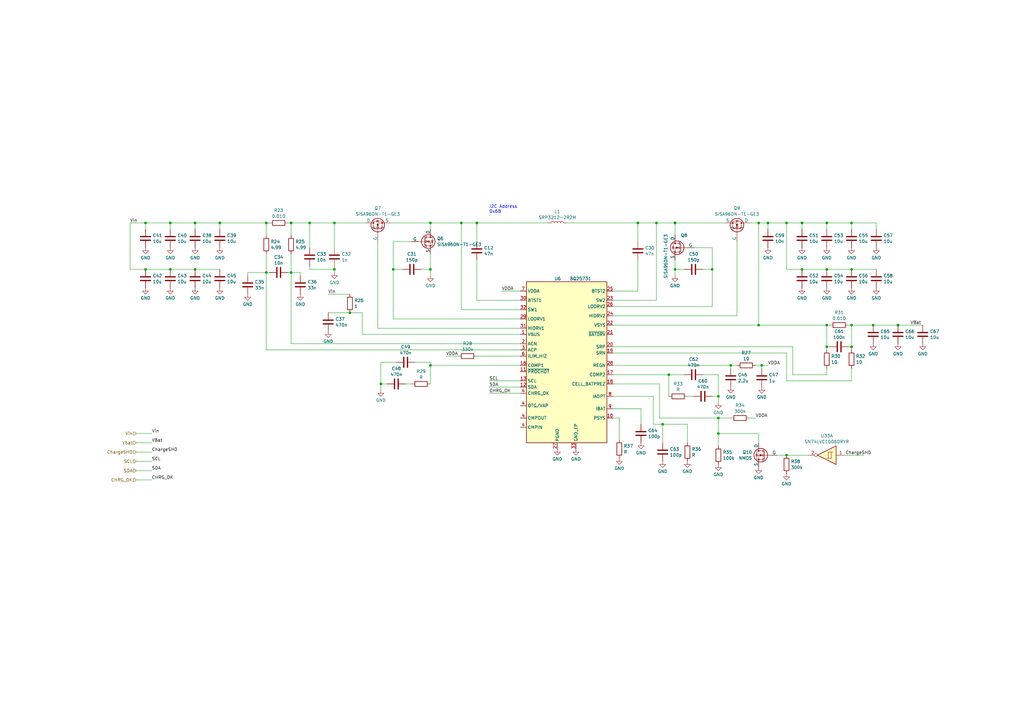
<source format=kicad_sch>
(kicad_sch (version 20230121) (generator eeschema)
  (paper "A3")
  (lib_symbols
    (symbol "74xx:74HC14" (pin_names (offset 1.016))
      (property "Reference" "U" (at 0 1.27 0))
      (property "Value" "74HC14" (at 0 -1.27 0))
      (symbol "74HC14_1_0"
        (polyline (pts (xy -3.81 3.81) (xy -3.81 -3.81) (xy 3.81 0) (xy -3.81 3.81)) (stroke (width 0.254)) (fill (type background)))
        (pin input line (at -7.62 0 0) (length 3.81) (name "~") (number "1"))
        (pin output inverted (at 7.62 0 180) (length 3.81) (name "~") (number "2"))
      )
      (symbol "74HC14_1_1"
        (polyline (pts (xy -1.905 -1.27) (xy -1.905 1.27) (xy -0.635 1.27)))
        (polyline (pts (xy -2.54 -1.27) (xy -0.635 -1.27) (xy -0.635 1.27) (xy 0 1.27)))
      )
      (symbol "74HC14_2_0"
        (polyline (pts (xy -3.81 3.81) (xy -3.81 -3.81) (xy 3.81 0) (xy -3.81 3.81)) (stroke (width 0.254)) (fill (type background)))
        (pin input line (at -7.62 0 0) (length 3.81) (name "~") (number "3"))
        (pin output inverted (at 7.62 0 180) (length 3.81) (name "~") (number "4"))
      )
      (symbol "74HC14_2_1"
        (polyline (pts (xy -1.905 -1.27) (xy -1.905 1.27) (xy -0.635 1.27)))
        (polyline (pts (xy -2.54 -1.27) (xy -0.635 -1.27) (xy -0.635 1.27) (xy 0 1.27)))
      )
      (symbol "74HC14_3_0"
        (polyline (pts (xy -3.81 3.81) (xy -3.81 -3.81) (xy 3.81 0) (xy -3.81 3.81)) (stroke (width 0.254)) (fill (type background)))
        (pin input line (at -7.62 0 0) (length 3.81) (name "~") (number "5"))
        (pin output inverted (at 7.62 0 180) (length 3.81) (name "~") (number "6"))
      )
      (symbol "74HC14_3_1"
        (polyline (pts (xy -1.905 -1.27) (xy -1.905 1.27) (xy -0.635 1.27)))
        (polyline (pts (xy -2.54 -1.27) (xy -0.635 -1.27) (xy -0.635 1.27) (xy 0 1.27)))
      )
      (symbol "74HC14_4_0"
        (polyline (pts (xy -3.81 3.81) (xy -3.81 -3.81) (xy 3.81 0) (xy -3.81 3.81)) (stroke (width 0.254)) (fill (type background)))
        (pin output inverted (at 7.62 0 180) (length 3.81) (name "~") (number "8"))
        (pin input line (at -7.62 0 0) (length 3.81) (name "~") (number "9"))
      )
      (symbol "74HC14_4_1"
        (polyline (pts (xy -1.905 -1.27) (xy -1.905 1.27) (xy -0.635 1.27)))
        (polyline (pts (xy -2.54 -1.27) (xy -0.635 -1.27) (xy -0.635 1.27) (xy 0 1.27)))
      )
      (symbol "74HC14_5_0"
        (polyline (pts (xy -3.81 3.81) (xy -3.81 -3.81) (xy 3.81 0) (xy -3.81 3.81)) (stroke (width 0.254)) (fill (type background)))
        (pin output inverted (at 7.62 0 180) (length 3.81) (name "~") (number "10"))
        (pin input line (at -7.62 0 0) (length 3.81) (name "~") (number "11"))
      )
      (symbol "74HC14_5_1"
        (polyline (pts (xy -1.905 -1.27) (xy -1.905 1.27) (xy -0.635 1.27)))
        (polyline (pts (xy -2.54 -1.27) (xy -0.635 -1.27) (xy -0.635 1.27) (xy 0 1.27)))
      )
      (symbol "74HC14_6_0"
        (polyline (pts (xy -3.81 3.81) (xy -3.81 -3.81) (xy 3.81 0) (xy -3.81 3.81)) (stroke (width 0.254)) (fill (type background)))
        (pin output inverted (at 7.62 0 180) (length 3.81) (name "~") (number "12"))
        (pin input line (at -7.62 0 0) (length 3.81) (name "~") (number "13"))
      )
      (symbol "74HC14_6_1"
        (polyline (pts (xy -1.905 -1.27) (xy -1.905 1.27) (xy -0.635 1.27)))
        (polyline (pts (xy -2.54 -1.27) (xy -0.635 -1.27) (xy -0.635 1.27) (xy 0 1.27)))
      )
      (symbol "74HC14_7_0"
        (pin power_in line (at 0 12.7 270) (length 5.08) (name "VCC") (number "14"))
        (pin power_in line (at 0 -12.7 90) (length 5.08) (name "GND") (number "7"))
      )
      (symbol "74HC14_7_1"
        (rectangle (start -5.08 7.62) (end 5.08 -7.62) (stroke (width 0.254)) (fill (type background)))
      )
    )
    (symbol "Battery_Management:BQ24610"
      (property "Reference" "U6" (at -5.08 34.29 0))
      (property "Value" "BQ25731" (at 1.27 34.29 0))
      (symbol "BQ24610_1_1"
        (rectangle (start -16.51 33.02) (end 16.51 -33.02) (stroke (width 0.254)) (fill (type background)))
        (pin input line (at -19.05 11.43 0) (length 2.54) (name "VBUS") (number "1"))
        (pin input line (at 19.05 -22.86 180) (length 2.54) (name "PSYS") (number "10"))
        (pin output line (at -19.05 -3.81 0) (length 2.54) (name "~{PROCHOT}") (number "11"))
        (pin input line (at -19.05 -10.16 0) (length 2.54) (name "SDA") (number "12"))
        (pin input line (at -19.05 -7.62 0) (length 2.54) (name "SCL") (number "13"))
        (pin input line (at -19.05 -1.27 0) (length 2.54) (name "COMP1") (number "16"))
        (pin open_collector line (at 19.05 -5.08 180) (length 2.54) (name "COMP2") (number "17"))
        (pin open_collector line (at 19.05 -8.89 180) (length 2.54) (name "CELL_BATPREZ") (number "18"))
        (pin input line (at 19.05 3.81 180) (length 2.54) (name "SRN") (number "19"))
        (pin input line (at -19.05 7.62 0) (length 2.54) (name "ACN") (number "2"))
        (pin input line (at 19.05 6.35 180) (length 2.54) (name "SRP") (number "20"))
        (pin output line (at 19.05 11.43 180) (length 2.54) (name "~{BATDRV}") (number "21"))
        (pin output line (at 19.05 15.24 180) (length 2.54) (name "VSYS") (number "22"))
        (pin output line (at 19.05 25.4 180) (length 2.54) (name "SW2") (number "23"))
        (pin power_in line (at 19.05 19.05 180) (length 2.54) (name "HIDRV2") (number "24"))
        (pin output line (at 19.05 29.21 180) (length 2.54) (name "BTST2") (number "25"))
        (pin power_in line (at 19.05 22.86 180) (length 2.54) (name "LODRV2") (number "26"))
        (pin power_in line (at -3.81 -35.56 90) (length 2.54) (name "PGND") (number "27"))
        (pin output line (at 19.05 -1.27 180) (length 2.54) (name "REGN") (number "28"))
        (pin input line (at -19.05 17.78 0) (length 2.54) (name "LODRV1") (number "29"))
        (pin input line (at -19.05 5.08 0) (length 2.54) (name "ACP") (number "3"))
        (pin input line (at -19.05 25.4 0) (length 2.54) (name "BTST1") (number "30"))
        (pin power_out line (at -19.05 13.97 0) (length 2.54) (name "HIDRV1") (number "31"))
        (pin input line (at -19.05 21.59 0) (length 2.54) (name "SW1") (number "32"))
        (pin passive line (at 3.81 -35.56 90) (length 2.54) (name "GND_EP") (number "33"))
        (pin input line (at -19.05 -12.7 0) (length 2.54) (name "CHRG_OK") (number "4"))
        (pin input line (at -19.05 -26.67 0) (length 2.54) (name "CMPIN") (number "4"))
        (pin input line (at -19.05 -22.86 0) (length 2.54) (name "CMPOUT") (number "4"))
        (pin input line (at -19.05 -17.78 0) (length 2.54) (name "OTG/VAP") (number "4"))
        (pin input line (at -19.05 2.54 0) (length 2.54) (name "ILIM_HIZ") (number "6"))
        (pin power_in line (at -19.05 29.21 0) (length 2.54) (name "VDDA") (number "7"))
        (pin open_collector line (at 19.05 -13.97 180) (length 2.54) (name "IADPT") (number "8"))
        (pin input line (at 19.05 -19.05 180) (length 2.54) (name "IBAT") (number "9"))
      )
    )
    (symbol "Device:C" (pin_numbers hide) (pin_names (offset 0.254))
      (property "Reference" "C" (at 0.635 2.54 0))
      (property "Value" "C" (at 0.635 -2.54 0))
      (symbol "C_0_1"
        (polyline (pts (xy -2.032 -0.762) (xy 2.032 -0.762)) (stroke (width 0.508)))
        (polyline (pts (xy -2.032 0.762) (xy 2.032 0.762)) (stroke (width 0.508)))
      )
      (symbol "C_1_1"
        (pin passive line (at 0 3.81 270) (length 2.794) (name "~") (number "1"))
        (pin passive line (at 0 -3.81 90) (length 2.794) (name "~") (number "2"))
      )
    )
    (symbol "Device:L" (pin_numbers hide) (pin_names (offset 1.016) hide)
      (property "Reference" "L" (at -1.27 0 90))
      (property "Value" "L" (at 1.905 0 90))
      (symbol "L_0_1"
        (arc (start 0 -2.54) (mid 0.6323 -1.905) (end 0 -1.27))
        (arc (start 0 -1.27) (mid 0.6323 -0.635) (end 0 0))
        (arc (start 0 0) (mid 0.6323 0.635) (end 0 1.27))
        (arc (start 0 1.27) (mid 0.6323 1.905) (end 0 2.54))
      )
      (symbol "L_1_1"
        (pin passive line (at 0 3.81 270) (length 1.27) (name "1") (number "1"))
        (pin passive line (at 0 -3.81 90) (length 1.27) (name "2") (number "2"))
      )
    )
    (symbol "Device:R" (pin_numbers hide) (pin_names (offset 0))
      (property "Reference" "R" (at 2.032 0 90))
      (property "Value" "R" (at 0 0 90))
      (symbol "R_0_1"
        (rectangle (start -1.016 -2.54) (end 1.016 2.54) (stroke (width 0.254)))
      )
      (symbol "R_1_1"
        (pin passive line (at 0 3.81 270) (length 1.27) (name "~") (number "1"))
        (pin passive line (at 0 -3.81 90) (length 1.27) (name "~") (number "2"))
      )
    )
    (symbol "Simulation_SPICE:NMOS" (pin_numbers hide) (pin_names (offset 0))
      (property "Reference" "Q" (at 5.08 1.27 0))
      (property "Value" "NMOS" (at 5.08 -1.27 0))
      (symbol "NMOS_0_1"
        (polyline (pts (xy 0.254 0) (xy -2.54 0)))
        (polyline (pts (xy 0.254 1.905) (xy 0.254 -1.905)) (stroke (width 0.254)))
        (polyline (pts (xy 0.762 -1.27) (xy 0.762 -2.286)) (stroke (width 0.254)))
        (polyline (pts (xy 0.762 0.508) (xy 0.762 -0.508)) (stroke (width 0.254)))
        (polyline (pts (xy 0.762 2.286) (xy 0.762 1.27)) (stroke (width 0.254)))
        (polyline (pts (xy 2.54 2.54) (xy 2.54 1.778)))
        (polyline (pts (xy 2.54 -2.54) (xy 2.54 0) (xy 0.762 0)))
        (polyline (pts (xy 0.762 -1.778) (xy 3.302 -1.778) (xy 3.302 1.778) (xy 0.762 1.778)))
        (polyline (pts (xy 1.016 0) (xy 2.032 0.381) (xy 2.032 -0.381) (xy 1.016 0)) (fill (type outline)))
        (polyline (pts (xy 2.794 0.508) (xy 2.921 0.381) (xy 3.683 0.381) (xy 3.81 0.254)))
        (polyline (pts (xy 3.302 0.381) (xy 2.921 -0.254) (xy 3.683 -0.254) (xy 3.302 0.381)))
        (circle (center 1.651 0) (radius 2.794) (stroke (width 0.254)))
        (circle (center 2.54 -1.778) (radius 0.254) (fill (type outline)))
        (circle (center 2.54 1.778) (radius 0.254) (fill (type outline)))
      )
      (symbol "NMOS_1_1"
        (pin passive line (at 2.54 5.08 270) (length 2.54) (name "D") (number "1"))
        (pin input line (at -5.08 0 0) (length 2.54) (name "G") (number "2"))
        (pin passive line (at 2.54 -5.08 90) (length 2.54) (name "S") (number "3"))
      )
    )
    (symbol "power:GND" (power) (pin_names (offset 0))
      (property "Value" "GND" (at 0 -3.81 0))
      (symbol "GND_0_1"
        (polyline (pts (xy 0 0) (xy 0 -1.27) (xy 1.27 -1.27) (xy 0 -2.54) (xy -1.27 -1.27) (xy 0 -1.27)))
      )
      (symbol "GND_1_1"
        (pin power_in line (at 0 0 270) (length 0) hide (name "GND") (number "1"))
      )
    )
  )
  (junction (at 69.85 91.44))
  (junction (at 137.16 110.49))
  (junction (at 294.64 162.56))
  (junction (at 292.1 110.49))
  (junction (at 328.93 91.44))
  (junction (at 312.42 149.86))
  (junction (at 161.29 110.49))
  (junction (at 349.25 133.35))
  (junction (at 119.38 91.44))
  (junction (at 195.58 91.44))
  (junction (at 271.78 173.99))
  (junction (at 349.25 91.44))
  (junction (at 127 91.44))
  (junction (at 176.53 91.44))
  (junction (at 176.53 110.49))
  (junction (at 349.25 142.24))
  (junction (at 328.93 110.49))
  (junction (at 59.69 110.49))
  (junction (at 261.62 91.44))
  (junction (at 109.22 111.76))
  (junction (at 339.09 91.44))
  (junction (at 349.25 110.49))
  (junction (at 176.53 149.86))
  (junction (at 322.58 186.69))
  (junction (at 274.32 153.67))
  (junction (at 137.16 91.44))
  (junction (at 69.85 110.49))
  (junction (at 143.51 128.27))
  (junction (at 276.86 91.44))
  (junction (at 368.3 133.35))
  (junction (at 311.15 91.44))
  (junction (at 109.22 91.44))
  (junction (at 269.24 91.44))
  (junction (at 80.01 91.44))
  (junction (at 80.01 110.49))
  (junction (at 90.17 91.44))
  (junction (at 119.38 111.76))
  (junction (at 339.09 110.49))
  (junction (at 276.86 110.49))
  (junction (at 339.09 142.24))
  (junction (at 294.64 177.8))
  (junction (at 322.58 91.44))
  (junction (at 358.14 133.35))
  (junction (at 156.21 157.48))
  (junction (at 311.15 133.35))
  (junction (at 189.23 91.44))
  (junction (at 299.72 149.86))
  (junction (at 314.96 91.44))
  (junction (at 339.09 133.35))
  (junction (at 59.69 91.44))
  (junction (at 294.64 171.45))
  (wire (pts (xy 119.38 111.76) (xy 119.38 104.14)))
  (wire (pts (xy 294.64 153.67) (xy 294.64 162.56)))
  (wire (pts (xy 195.58 123.19) (xy 195.58 106.68)))
  (wire (pts (xy 359.41 91.44) (xy 359.41 93.98)))
  (wire (pts (xy 349.25 110.49) (xy 339.09 110.49)))
  (wire (pts (xy 314.96 93.98) (xy 314.96 91.44)))
  (wire (pts (xy 276.86 91.44) (xy 297.18 91.44)))
  (wire (pts (xy 205.74 119.38) (xy 213.36 119.38)))
  (wire (pts (xy 90.17 91.44) (xy 90.17 93.98)))
  (wire (pts (xy 101.6 113.03) (xy 101.6 111.76)))
  (wire (pts (xy 261.62 119.38) (xy 261.62 106.68)))
  (wire (pts (xy 294.64 177.8) (xy 311.15 177.8)))
  (wire (pts (xy 309.88 149.86) (xy 312.42 149.86)))
  (wire (pts (xy 182.88 146.05) (xy 187.96 146.05)))
  (wire (pts (xy 349.25 91.44) (xy 349.25 93.98)))
  (wire (pts (xy 349.25 142.24) (xy 349.25 143.51)))
  (wire (pts (xy 109.22 91.44) (xy 109.22 96.52)))
  (wire (pts (xy 271.78 173.99) (xy 281.94 173.99)))
  (wire (pts (xy 59.69 93.98) (xy 59.69 91.44)))
  (wire (pts (xy 200.66 161.29) (xy 213.36 161.29)))
  (wire (pts (xy 349.25 133.35) (xy 349.25 142.24)))
  (wire (pts (xy 311.15 133.35) (xy 339.09 133.35)))
  (wire (pts (xy 148.59 128.27) (xy 143.51 128.27)))
  (wire (pts (xy 347.98 142.24) (xy 349.25 142.24)))
  (wire (pts (xy 274.32 153.67) (xy 280.67 153.67)))
  (wire (pts (xy 200.66 156.21) (xy 213.36 156.21)))
  (wire (pts (xy 311.15 181.61) (xy 311.15 177.8)))
  (wire (pts (xy 176.53 91.44) (xy 176.53 93.98)))
  (wire (pts (xy 349.25 133.35) (xy 358.14 133.35)))
  (wire (pts (xy 251.46 133.35) (xy 311.15 133.35)))
  (wire (pts (xy 311.15 91.44) (xy 307.34 91.44)))
  (wire (pts (xy 213.36 127) (xy 189.23 127)))
  (wire (pts (xy 276.86 110.49) (xy 276.86 113.03)))
  (wire (pts (xy 312.42 149.86) (xy 312.42 151.13)))
  (wire (pts (xy 137.16 91.44) (xy 149.86 91.44)))
  (wire (pts (xy 322.58 144.78) (xy 322.58 156.21)))
  (wire (pts (xy 276.86 91.44) (xy 276.86 96.52)))
  (wire (pts (xy 119.38 91.44) (xy 119.38 96.52)))
  (wire (pts (xy 322.58 156.21) (xy 349.25 156.21)))
  (wire (pts (xy 251.46 157.48) (xy 270.51 157.48)))
  (wire (pts (xy 166.37 157.48) (xy 168.91 157.48)))
  (wire (pts (xy 55.88 177.8) (xy 62.23 177.8)))
  (wire (pts (xy 176.53 149.86) (xy 176.53 157.48)))
  (wire (pts (xy 134.62 120.65) (xy 143.51 120.65)))
  (wire (pts (xy 137.16 109.22) (xy 137.16 110.49)))
  (wire (pts (xy 213.36 149.86) (xy 176.53 149.86)))
  (wire (pts (xy 251.46 142.24) (xy 325.12 142.24)))
  (wire (pts (xy 156.21 157.48) (xy 156.21 160.02)))
  (wire (pts (xy 118.11 91.44) (xy 119.38 91.44)))
  (wire (pts (xy 261.62 91.44) (xy 232.41 91.44)))
  (wire (pts (xy 101.6 111.76) (xy 109.22 111.76)))
  (wire (pts (xy 261.62 99.06) (xy 261.62 91.44)))
  (wire (pts (xy 359.41 110.49) (xy 349.25 110.49)))
  (wire (pts (xy 109.22 104.14) (xy 109.22 111.76)))
  (wire (pts (xy 294.64 177.8) (xy 294.64 182.88)))
  (wire (pts (xy 59.69 91.44) (xy 69.85 91.44)))
  (wire (pts (xy 274.32 153.67) (xy 274.32 162.56)))
  (wire (pts (xy 368.3 133.35) (xy 358.14 133.35)))
  (wire (pts (xy 80.01 91.44) (xy 80.01 93.98)))
  (wire (pts (xy 302.26 129.54) (xy 302.26 99.06)))
  (wire (pts (xy 281.94 173.99) (xy 281.94 181.61)))
  (wire (pts (xy 292.1 110.49) (xy 288.29 110.49)))
  (wire (pts (xy 90.17 91.44) (xy 109.22 91.44)))
  (wire (pts (xy 127 109.22) (xy 127 110.49)))
  (wire (pts (xy 314.96 91.44) (xy 311.15 91.44)))
  (wire (pts (xy 195.58 91.44) (xy 195.58 99.06)))
  (wire (pts (xy 307.34 171.45) (xy 309.88 171.45)))
  (wire (pts (xy 127 101.6) (xy 127 91.44)))
  (wire (pts (xy 109.22 143.51) (xy 213.36 143.51)))
  (wire (pts (xy 53.34 91.44) (xy 59.69 91.44)))
  (wire (pts (xy 339.09 142.24) (xy 340.36 142.24)))
  (wire (pts (xy 339.09 133.35) (xy 339.09 142.24)))
  (wire (pts (xy 148.59 137.16) (xy 148.59 128.27)))
  (wire (pts (xy 251.46 153.67) (xy 274.32 153.67)))
  (wire (pts (xy 269.24 91.44) (xy 276.86 91.44)))
  (wire (pts (xy 55.88 185.42) (xy 62.23 185.42)))
  (wire (pts (xy 251.46 171.45) (xy 254 171.45)))
  (wire (pts (xy 311.15 133.35) (xy 311.15 91.44)))
  (wire (pts (xy 294.64 162.56) (xy 294.64 165.1)))
  (wire (pts (xy 267.97 162.56) (xy 267.97 173.99)))
  (wire (pts (xy 292.1 125.73) (xy 292.1 110.49)))
  (wire (pts (xy 154.94 134.62) (xy 213.36 134.62)))
  (wire (pts (xy 339.09 91.44) (xy 339.09 93.98)))
  (wire (pts (xy 59.69 110.49) (xy 53.34 110.49)))
  (wire (pts (xy 156.21 148.59) (xy 156.21 157.48)))
  (wire (pts (xy 299.72 149.86) (xy 302.26 149.86)))
  (wire (pts (xy 251.46 149.86) (xy 299.72 149.86)))
  (wire (pts (xy 294.64 171.45) (xy 294.64 177.8)))
  (wire (pts (xy 162.56 148.59) (xy 156.21 148.59)))
  (wire (pts (xy 318.77 186.69) (xy 322.58 186.69)))
  (wire (pts (xy 267.97 173.99) (xy 271.78 173.99)))
  (wire (pts (xy 55.88 189.23) (xy 62.23 189.23)))
  (wire (pts (xy 299.72 149.86) (xy 299.72 151.13)))
  (wire (pts (xy 325.12 153.67) (xy 339.09 153.67)))
  (wire (pts (xy 276.86 110.49) (xy 280.67 110.49)))
  (wire (pts (xy 189.23 91.44) (xy 195.58 91.44)))
  (wire (pts (xy 161.29 130.81) (xy 161.29 110.49)))
  (wire (pts (xy 161.29 110.49) (xy 165.1 110.49)))
  (wire (pts (xy 322.58 91.44) (xy 328.93 91.44)))
  (wire (pts (xy 161.29 99.06) (xy 168.91 99.06)))
  (wire (pts (xy 251.46 119.38) (xy 261.62 119.38)))
  (wire (pts (xy 110.49 91.44) (xy 109.22 91.44)))
  (wire (pts (xy 213.36 140.97) (xy 119.38 140.97)))
  (wire (pts (xy 254 171.45) (xy 254 180.34)))
  (wire (pts (xy 176.53 91.44) (xy 189.23 91.44)))
  (wire (pts (xy 251.46 123.19) (xy 269.24 123.19)))
  (wire (pts (xy 119.38 140.97) (xy 119.38 111.76)))
  (wire (pts (xy 270.51 171.45) (xy 294.64 171.45)))
  (wire (pts (xy 346.71 186.69) (xy 354.33 186.69)))
  (wire (pts (xy 339.09 110.49) (xy 328.93 110.49)))
  (wire (pts (xy 118.11 111.76) (xy 119.38 111.76)))
  (wire (pts (xy 119.38 111.76) (xy 123.19 111.76)))
  (wire (pts (xy 137.16 101.6) (xy 137.16 91.44)))
  (wire (pts (xy 349.25 91.44) (xy 359.41 91.44)))
  (wire (pts (xy 55.88 181.61) (xy 62.23 181.61)))
  (wire (pts (xy 271.78 173.99) (xy 271.78 181.61)))
  (wire (pts (xy 322.58 186.69) (xy 331.47 186.69)))
  (wire (pts (xy 127 110.49) (xy 137.16 110.49)))
  (wire (pts (xy 224.79 91.44) (xy 195.58 91.44)))
  (wire (pts (xy 189.23 127) (xy 189.23 91.44)))
  (wire (pts (xy 213.36 137.16) (xy 148.59 137.16)))
  (wire (pts (xy 55.88 193.04) (xy 62.23 193.04)))
  (wire (pts (xy 294.64 162.56) (xy 292.1 162.56)))
  (wire (pts (xy 276.86 106.68) (xy 276.86 110.49)))
  (wire (pts (xy 270.51 157.48) (xy 270.51 171.45)))
  (wire (pts (xy 176.53 148.59) (xy 170.18 148.59)))
  (wire (pts (xy 251.46 125.73) (xy 292.1 125.73)))
  (wire (pts (xy 55.88 196.85) (xy 62.23 196.85)))
  (wire (pts (xy 339.09 142.24) (xy 339.09 143.51)))
  (wire (pts (xy 269.24 91.44) (xy 261.62 91.44)))
  (wire (pts (xy 339.09 151.13) (xy 339.09 153.67)))
  (wire (pts (xy 347.98 133.35) (xy 349.25 133.35)))
  (wire (pts (xy 328.93 93.98) (xy 328.93 91.44)))
  (wire (pts (xy 143.51 128.27) (xy 134.62 128.27)))
  (wire (pts (xy 200.66 158.75) (xy 213.36 158.75)))
  (wire (pts (xy 251.46 144.78) (xy 322.58 144.78)))
  (wire (pts (xy 213.36 123.19) (xy 195.58 123.19)))
  (wire (pts (xy 137.16 110.49) (xy 137.16 111.76)))
  (wire (pts (xy 340.36 133.35) (xy 339.09 133.35)))
  (wire (pts (xy 284.48 162.56) (xy 281.94 162.56)))
  (wire (pts (xy 156.21 157.48) (xy 158.75 157.48)))
  (wire (pts (xy 292.1 101.6) (xy 292.1 110.49)))
  (wire (pts (xy 109.22 111.76) (xy 109.22 143.51)))
  (wire (pts (xy 262.89 167.64) (xy 262.89 173.99)))
  (wire (pts (xy 69.85 91.44) (xy 69.85 93.98)))
  (wire (pts (xy 349.25 151.13) (xy 349.25 156.21)))
  (wire (pts (xy 312.42 149.86) (xy 314.96 149.86)))
  (wire (pts (xy 288.29 153.67) (xy 294.64 153.67)))
  (wire (pts (xy 213.36 130.81) (xy 161.29 130.81)))
  (wire (pts (xy 251.46 167.64) (xy 262.89 167.64)))
  (wire (pts (xy 69.85 110.49) (xy 59.69 110.49)))
  (wire (pts (xy 127 91.44) (xy 137.16 91.44)))
  (wire (pts (xy 251.46 129.54) (xy 302.26 129.54)))
  (wire (pts (xy 284.48 101.6) (xy 292.1 101.6)))
  (wire (pts (xy 90.17 110.49) (xy 80.01 110.49)))
  (wire (pts (xy 161.29 110.49) (xy 161.29 99.06)))
  (wire (pts (xy 53.34 110.49) (xy 53.34 91.44)))
  (wire (pts (xy 322.58 110.49) (xy 322.58 91.44)))
  (wire (pts (xy 176.53 149.86) (xy 176.53 148.59)))
  (wire (pts (xy 176.53 110.49) (xy 172.72 110.49)))
  (wire (pts (xy 69.85 91.44) (xy 80.01 91.44)))
  (wire (pts (xy 195.58 146.05) (xy 213.36 146.05)))
  (wire (pts (xy 154.94 99.06) (xy 154.94 134.62)))
  (wire (pts (xy 314.96 91.44) (xy 322.58 91.44)))
  (wire (pts (xy 294.64 171.45) (xy 299.72 171.45)))
  (wire (pts (xy 119.38 91.44) (xy 127 91.44)))
  (wire (pts (xy 176.53 104.14) (xy 176.53 110.49)))
  (wire (pts (xy 80.01 91.44) (xy 90.17 91.44)))
  (wire (pts (xy 109.22 111.76) (xy 110.49 111.76)))
  (wire (pts (xy 160.02 91.44) (xy 176.53 91.44)))
  (wire (pts (xy 251.46 162.56) (xy 267.97 162.56)))
  (wire (pts (xy 339.09 91.44) (xy 349.25 91.44)))
  (wire (pts (xy 325.12 142.24) (xy 325.12 153.67)))
  (wire (pts (xy 80.01 110.49) (xy 69.85 110.49)))
  (wire (pts (xy 328.93 91.44) (xy 339.09 91.44)))
  (wire (pts (xy 176.53 110.49) (xy 176.53 113.03)))
  (wire (pts (xy 123.19 113.03) (xy 123.19 111.76)))
  (wire (pts (xy 378.46 133.35) (xy 368.3 133.35)))
  (wire (pts (xy 328.93 110.49) (xy 322.58 110.49)))
  (wire (pts (xy 269.24 123.19) (xy 269.24 91.44)))
  (text "I2C Address \n0x6B" (at 200.66 87.63 0) (effects (font (size 1.27 1.27)) (justify left bottom)))
  (label "VDDA" (at 205.74 119.38 0))
  (label "Vin" (at 134.62 120.65 0))
  (label "VBat" (at 62.23 181.61 0))
  (label "SDA" (at 200.66 158.75 0))
  (label "CHRG_OK" (at 62.23 196.85 0))
  (label "VDDA" (at 182.88 146.05 0))
  (label "SCL" (at 62.23 189.23 0))
  (label "Vin" (at 62.23 177.8 0))
  (label "VDDA" (at 314.96 149.86 0))
  (label "SCL" (at 200.66 156.21 0))
  (label "Vin" (at 53.34 91.44 0))
  (label "CHRG_OK" (at 200.66 161.29 0))
  (label "VBat" (at 373.38 133.35 0))
  (label "ChargeSHD" (at 62.23 185.42 0))
  (label "SDA" (at 62.23 193.04 0))
  (label "ChargeSHD" (at 346.71 186.69 0))
  (label "VDDA" (at 309.88 171.45 0))
  (hierarchical_label "Vin" (shape input) (at 55.88 177.8 180))
  (hierarchical_label "ChargeSHD" (shape input) (at 55.88 185.42 180))
  (hierarchical_label "Vbat" (shape input) (at 55.88 181.61 180))
  (hierarchical_label "CHRG_OK" (shape input) (at 55.88 196.85 180))
  (hierarchical_label "SCL" (shape input) (at 55.88 189.23 180))
  (hierarchical_label "SDA" (shape input) (at 55.88 193.04 180))
  (symbol (lib_id "power:GND") (at 312.42 158.75 0) (unit 1)
    (property "Reference" "#PWR072" (effects hide))
    (property "Value" "GND" (at 312.42 162.8831 0))
  )
  (symbol (lib_id "Device:C") (at 344.17 142.24 90) (unit 1)
    (property "Reference" "C61" (at 344.17 135.9367 90))
    (property "Value" "100n" (at 344.17 138.3609 90))
  )
  (symbol (lib_id "Device:C") (at 80.01 114.3 0) (unit 1)
    (property "Reference" "C44" (at 82.931 113.0879 0) (effects (justify left)))
    (property "Value" "10u" (at 82.931 115.5121 0) (effects (justify left)))
  )
  (symbol (lib_id "Device:C") (at 271.78 185.42 0) (mirror y) (unit 1)
    (property "Reference" "C63" (at 274.701 184.2079 0) (effects (justify right)))
    (property "Value" "100p" (at 274.701 186.6321 0) (effects (justify right)))
  )
  (symbol (lib_id "power:GND") (at 262.89 181.61 0) (unit 1)
    (property "Reference" "#PWR087" (effects hide))
    (property "Value" "GND" (at 262.89 185.7431 0))
  )
  (symbol (lib_id "power:GND") (at 176.53 113.03 0) (unit 1)
    (property "Reference" "#PWR031" (effects hide))
    (property "Value" "GND" (at 176.53 117.1631 0))
  )
  (symbol (lib_id "power:GND") (at 59.69 118.11 0) (unit 1)
    (property "Reference" "#PWR067" (effects hide))
    (property "Value" "GND" (at 59.69 122.2431 0))
  )
  (symbol (lib_id "power:GND") (at 271.78 189.23 0) (unit 1)
    (property "Reference" "#PWR088" (effects hide))
    (property "Value" "GND" (at 271.78 193.3631 0))
  )
  (symbol (lib_id "Device:C") (at 312.42 154.94 0) (unit 1)
    (property "Reference" "C47" (at 315.341 153.7279 0) (effects (justify left)))
    (property "Value" "1u" (at 315.341 156.1521 0) (effects (justify left)))
  )
  (symbol (lib_id "Device:R") (at 109.22 100.33 180) (unit 1)
    (property "Reference" "R24" (at 110.998 99.1179 0) (effects (justify right)))
    (property "Value" "4.99" (at 110.998 101.5421 0) (effects (justify right)))
    (property "Tolerance" "0.1%" (effects hide))
  )
  (symbol (lib_id "Device:C") (at 59.69 114.3 0) (unit 1)
    (property "Reference" "C42" (at 62.611 113.0879 0) (effects (justify left)))
    (property "Value" "10u" (at 62.611 115.5121 0) (effects (justify left)))
  )
  (symbol (lib_id "Device:C") (at 358.14 137.16 0) (unit 1)
    (property "Reference" "C65" (at 361.061 135.9479 0) (effects (justify left)))
    (property "Value" "10u" (at 361.061 138.3721 0) (effects (justify left)))
  )
  (symbol (lib_id "power:GND") (at 328.93 118.11 0) (unit 1)
    (property "Reference" "#PWR076" (effects hide))
    (property "Value" "GND" (at 328.93 122.2431 0))
  )
  (symbol (lib_id "Device:C") (at 127 105.41 0) (unit 1)
    (property "Reference" "C33" (at 129.921 104.1979 0) (effects (justify left)))
    (property "Value" "10n" (at 129.921 106.6221 0) (effects (justify left)))
  )
  (symbol (lib_id "Device:C") (at 80.01 97.79 0) (unit 1)
    (property "Reference" "C38" (at 82.931 96.5779 0) (effects (justify left)))
    (property "Value" "10u" (at 82.931 99.0021 0) (effects (justify left)))
  )
  (symbol (lib_id "Simulation_SPICE:NMOS") (at 173.99 99.06 0) (unit 1)
    (property "Reference" "Q6" (at 179.197 97.8479 0) (effects (justify left)))
    (property "Value" "SISA96DN-T1-GE3" (at 179.197 100.2721 0) (effects (justify left)))
    (property "Datasheet" "https://ngspice.sourceforge.io/docs/ngspice-html-manual/manual.xhtml#cha_MOSFETs" (effects hide))
    (property "Sim.Device" "NMOS" (effects hide))
    (property "Sim.Type" "VDMOS" (effects hide))
    (property "Sim.Pins" "1=D 2=G 3=S" (effects hide))
  )
  (symbol (lib_id "power:GND") (at 137.16 111.76 0) (unit 1)
    (property "Reference" "#PWR033" (effects hide))
    (property "Value" "GND" (at 137.16 115.8931 0))
  )
  (symbol (lib_id "power:GND") (at 314.96 101.6 0) (unit 1)
    (property "Reference" "#PWR083" (effects hide))
    (property "Value" "GND" (at 314.96 105.7331 0))
  )
  (symbol (lib_id "power:GND") (at 123.19 120.65 0) (unit 1)
    (property "Reference" "#PWR061" (effects hide))
    (property "Value" "GND" (at 123.19 124.7831 0))
  )
  (symbol (lib_id "power:GND") (at 281.94 189.23 0) (unit 1)
    (property "Reference" "#PWR089" (effects hide))
    (property "Value" "GND" (at 281.94 193.3631 0))
  )
  (symbol (lib_id "power:GND") (at 378.46 140.97 0) (unit 1)
    (property "Reference" "#PWR096" (effects hide))
    (property "Value" "GND" (at 378.46 145.1031 0))
  )
  (symbol (lib_id "power:GND") (at 359.41 118.11 0) (unit 1)
    (property "Reference" "#PWR082" (effects hide))
    (property "Value" "GND" (at 359.41 122.2431 0))
  )
  (symbol (lib_id "Device:C") (at 284.48 153.67 270) (mirror x) (unit 1)
    (property "Reference" "C62" (at 284.48 147.3667 90))
    (property "Value" "470n" (at 284.48 149.7909 90))
  )
  (symbol (lib_id "Device:C") (at 69.85 97.79 0) (unit 1)
    (property "Reference" "C40" (at 72.771 96.5779 0) (effects (justify left)))
    (property "Value" "10u" (at 72.771 99.0021 0) (effects (justify left)))
  )
  (symbol (lib_id "Device:C") (at 134.62 132.08 0) (unit 1)
    (property "Reference" "C37" (at 137.541 130.8679 0) (effects (justify left)))
    (property "Value" "470n" (at 137.541 133.2921 0) (effects (justify left)))
  )
  (symbol (lib_id "power:GND") (at 69.85 101.6 0) (unit 1)
    (property "Reference" "#PWR065" (effects hide))
    (property "Value" "GND" (at 69.85 105.7331 0))
  )
  (symbol (lib_id "Device:R") (at 322.58 190.5 0) (mirror y) (unit 1)
    (property "Reference" "R38" (at 324.358 189.2879 0) (effects (justify right)))
    (property "Value" "300k" (at 324.358 191.7121 0) (effects (justify right)))
    (property "Tolerance" "0.1%" (effects hide))
  )
  (symbol (lib_id "Device:R") (at 344.17 133.35 90) (unit 1)
    (property "Reference" "R31" (at 344.17 128.1897 90))
    (property "Value" "0.010" (at 344.17 130.6139 90))
    (property "Tolerance" "0.1%" (effects hide))
  )
  (symbol (lib_id "power:GND") (at 69.85 118.11 0) (unit 1)
    (property "Reference" "#PWR068" (effects hide))
    (property "Value" "GND" (at 69.85 122.2431 0))
  )
  (symbol (lib_id "power:GND") (at 359.41 101.6 0) (unit 1)
    (property "Reference" "#PWR081" (effects hide))
    (property "Value" "GND" (at 359.41 105.7331 0))
  )
  (symbol (lib_id "power:GND") (at 328.93 101.6 0) (unit 1)
    (property "Reference" "#PWR075" (effects hide))
    (property "Value" "GND" (at 328.93 105.7331 0))
  )
  (symbol (lib_id "Device:C") (at 359.41 114.3 0) (unit 1)
    (property "Reference" "C58" (at 362.331 113.0879 0) (effects (justify left)))
    (property "Value" "10u" (at 362.331 115.5121 0) (effects (justify left)))
  )
  (symbol (lib_id "Device:C") (at 339.09 114.3 0) (unit 1)
    (property "Reference" "C54" (at 342.011 113.0879 0) (effects (justify left)))
    (property "Value" "10u" (at 342.011 115.5121 0) (effects (justify left)))
  )
  (symbol (lib_id "Device:C") (at 378.46 137.16 0) (unit 1)
    (property "Reference" "C67" (at 381.381 135.9479 0) (effects (justify left)))
    (property "Value" "10u" (at 381.381 138.3721 0) (effects (justify left)))
  )
  (symbol (lib_id "power:GND") (at 80.01 101.6 0) (unit 1)
    (property "Reference" "#PWR063" (effects hide))
    (property "Value" "GND" (at 80.01 105.7331 0))
  )
  (symbol (lib_id "power:GND") (at 90.17 118.11 0) (unit 1)
    (property "Reference" "#PWR070" (effects hide))
    (property "Value" "GND" (at 90.17 122.2431 0))
  )
  (symbol (lib_id "power:GND") (at 294.64 190.5 0) (unit 1)
    (property "Reference" "#PWR085" (effects hide))
    (property "Value" "GND" (at 294.64 194.6331 0))
  )
  (symbol (lib_id "Simulation_SPICE:NMOS") (at 154.94 93.98 90) (unit 1)
    (property "Reference" "Q7" (at 154.94 85.3907 90))
    (property "Value" "SISA96DN-T1-GE3" (at 154.94 87.8149 90))
    (property "Datasheet" "https://ngspice.sourceforge.io/docs/ngspice-html-manual/manual.xhtml#cha_MOSFETs" (effects hide))
    (property "Sim.Device" "NMOS" (effects hide))
    (property "Sim.Type" "VDMOS" (effects hide))
    (property "Sim.Pins" "1=D 2=G 3=S" (effects hide))
    (property "alt1" "DMN3016LFDF-7" (effects hide))
    (property "alt2" "SIA440DJ-T1-GE3" (effects hide))
    (property "alt3" "PMPB08R6EN" (effects hide))
  )
  (symbol (lib_id "Device:C") (at 90.17 97.79 0) (unit 1)
    (property "Reference" "C39" (at 93.091 96.5779 0) (effects (justify left)))
    (property "Value" "10u" (at 93.091 99.0021 0) (effects (justify left)))
  )
  (symbol (lib_id "Device:R") (at 143.51 124.46 0) (unit 1)
    (property "Reference" "R26" (at 145.288 123.2479 0) (effects (justify left)))
    (property "Value" "1" (at 145.288 125.6721 0) (effects (justify left)))
    (property "Tolerance" "0.1%" (effects hide))
  )
  (symbol (lib_id "Device:C") (at 195.58 102.87 0) (unit 1)
    (property "Reference" "C12" (at 198.501 101.6579 0) (effects (justify left)))
    (property "Value" "47n" (at 198.501 104.0821 0) (effects (justify left)))
  )
  (symbol (lib_id "power:GND") (at 349.25 101.6 0) (unit 1)
    (property "Reference" "#PWR079" (effects hide))
    (property "Value" "GND" (at 349.25 105.7331 0))
  )
  (symbol (lib_id "power:GND") (at 276.86 113.03 0) (mirror y) (unit 1)
    (property "Reference" "#PWR074" (effects hide))
    (property "Value" "GND" (at 276.86 117.1631 0))
  )
  (symbol (lib_id "power:GND") (at 228.6 184.15 0) (unit 1)
    (property "Reference" "#PWR090" (effects hide))
    (property "Value" "GND" (at 228.6 188.2831 0))
  )
  (symbol (lib_id "Device:C") (at 328.93 114.3 0) (unit 1)
    (property "Reference" "C52" (at 331.851 113.0879 0) (effects (justify left)))
    (property "Value" "10u" (at 331.851 115.5121 0) (effects (justify left)))
  )
  (symbol (lib_id "Device:R") (at 294.64 186.69 0) (mirror y) (unit 1)
    (property "Reference" "R35" (at 296.418 185.4779 0) (effects (justify right)))
    (property "Value" "100k" (at 296.418 187.9021 0) (effects (justify right)))
    (property "Tolerance" "0.1%" (effects hide))
  )
  (symbol (lib_id "power:GND") (at 90.17 101.6 0) (unit 1)
    (property "Reference" "#PWR064" (effects hide))
    (property "Value" "GND" (at 90.17 105.7331 0))
  )
  (symbol (lib_id "power:GND") (at 322.58 194.31 0) (unit 1)
    (property "Reference" "#PWR093" (effects hide))
    (property "Value" "GND" (at 322.58 198.4431 0))
  )
  (symbol (lib_id "Device:C") (at 288.29 162.56 270) (mirror x) (unit 1)
    (property "Reference" "C60" (at 288.29 156.2567 90))
    (property "Value" "470n" (at 288.29 158.6809 90))
  )
  (symbol (lib_id "Device:C") (at 59.69 97.79 0) (unit 1)
    (property "Reference" "C41" (at 62.611 96.5779 0) (effects (justify left)))
    (property "Value" "10u" (at 62.611 99.0021 0) (effects (justify left)))
  )
  (symbol (lib_id "power:GND") (at 254 187.96 0) (unit 1)
    (property "Reference" "#PWR086" (effects hide))
    (property "Value" "GND" (at 254 192.0931 0))
  )
  (symbol (lib_id "power:GND") (at 59.69 101.6 0) (unit 1)
    (property "Reference" "#PWR066" (effects hide))
    (property "Value" "GND" (at 59.69 105.7331 0))
  )
  (symbol (lib_id "power:GND") (at 236.22 184.15 0) (unit 1)
    (property "Reference" "#PWR091" (effects hide))
    (property "Value" "GND" (at 236.22 188.2831 0))
  )
  (symbol (lib_id "Device:L") (at 228.6 91.44 90) (unit 1)
    (property "Reference" "L1" (at 228.6 86.7904 90))
    (property "Value" "SRP3212-2R2M" (at 228.6 89.2146 90))
    (property "alt1" "VLS5045EX-2R2N" (effects hide))
    (property "alt2" "ASPI-4030S-2R2N-T" (effects hide))
    (property "alt3" "LMLP07A7M2R2DTAS" (effects hide))
  )
  (symbol (lib_id "power:GND") (at 80.01 118.11 0) (unit 1)
    (property "Reference" "#PWR069" (effects hide))
    (property "Value" "GND" (at 80.01 122.2431 0))
  )
  (symbol (lib_id "Device:C") (at 349.25 114.3 0) (unit 1)
    (property "Reference" "C56" (at 352.171 113.0879 0) (effects (justify left)))
    (property "Value" "10u" (at 352.171 115.5121 0) (effects (justify left)))
  )
  (symbol (lib_id "Device:R") (at 191.77 146.05 90) (unit 1)
    (property "Reference" "R28" (at 191.77 140.8897 90))
    (property "Value" "330k" (at 191.77 143.3139 90))
    (property "Tolerance" "0.1%" (effects hide))
  )
  (symbol (lib_id "power:GND") (at 368.3 140.97 0) (unit 1)
    (property "Reference" "#PWR095" (effects hide))
    (property "Value" "GND" (at 368.3 145.1031 0))
  )
  (symbol (lib_id "Simulation_SPICE:NMOS") (at 279.4 101.6 0) (mirror y) (unit 1)
    (property "Reference" "Q8" (at 281.94 96.52 0) (effects (justify left)))
    (property "Value" "SISA96DN-T1-GE3" (at 273.05 114.3 90) (effects (justify left)))
    (property "Datasheet" "https://ngspice.sourceforge.io/docs/ngspice-html-manual/manual.xhtml#cha_MOSFETs" (effects hide))
    (property "Sim.Device" "NMOS" (effects hide))
    (property "Sim.Type" "VDMOS" (effects hide))
    (property "Sim.Pins" "1=D 2=G 3=S" (effects hide))
  )
  (symbol (lib_id "Device:C") (at 299.72 154.94 0) (unit 1)
    (property "Reference" "C46" (at 302.641 153.7279 0) (effects (justify left)))
    (property "Value" "2.2u" (at 302.641 156.1521 0) (effects (justify left)))
  )
  (symbol (lib_id "Device:C") (at 90.17 114.3 0) (unit 1)
    (property "Reference" "C45" (at 93.091 113.0879 0) (effects (justify left)))
    (property "Value" "10u" (at 93.091 115.5121 0) (effects (justify left)))
  )
  (symbol (lib_id "power:GND") (at 294.64 165.1 0) (mirror y) (unit 1)
    (property "Reference" "#PWR084" (effects hide))
    (property "Value" "GND" (at 294.64 169.2331 0))
  )
  (symbol (lib_id "Device:C") (at 168.91 110.49 90) (unit 1)
    (property "Reference" "C31" (at 168.91 104.1867 90))
    (property "Value" "150p" (at 168.91 106.6109 90))
  )
  (symbol (lib_id "74xx:74HC14") (at 339.09 186.69 180) (unit 1)
    (property "Reference" "U33" (at 339.09 178.7357 0))
    (property "Value" "SN74LVC1G06DRYR" (at 339.09 181.1599 0))
    (property "Datasheet" "http://www.ti.com/lit/gpn/sn74HC14" (effects hide))
  )
  (symbol (lib_id "power:GND") (at 299.72 158.75 0) (unit 1)
    (property "Reference" "#PWR071" (effects hide))
    (property "Value" "GND" (at 299.72 162.8831 0))
  )
  (symbol (lib_id "Device:R") (at 278.13 162.56 270) (mirror x) (unit 1)
    (property "Reference" "R33" (at 278.13 157.3997 90))
    (property "Value" "R" (at 278.13 159.8239 90))
    (property "Tolerance" "0.1%" (effects hide))
  )
  (symbol (lib_id "Device:C") (at 284.48 110.49 270) (mirror x) (unit 1)
    (property "Reference" "C50" (at 284.48 104.1867 90))
    (property "Value" "150p" (at 284.48 106.6109 90))
  )
  (symbol (lib_id "Device:R") (at 254 184.15 0) (mirror y) (unit 1)
    (property "Reference" "R37" (at 255.778 182.9379 0) (effects (justify right)))
    (property "Value" "R" (at 255.778 185.3621 0) (effects (justify right)))
    (property "Tolerance" "0.1%" (effects hide))
  )
  (symbol (lib_id "Device:R") (at 303.53 171.45 270) (mirror x) (unit 1)
    (property "Reference" "R34" (at 303.53 166.2897 90))
    (property "Value" "300k" (at 303.53 168.7139 90))
    (property "Tolerance" "0.1%" (effects hide))
  )
  (symbol (lib_id "Device:C") (at 162.56 157.48 90) (unit 1)
    (property "Reference" "C48" (at 162.56 151.1767 90))
    (property "Value" "470n" (at 162.56 153.6009 90))
  )
  (symbol (lib_id "power:GND") (at 339.09 101.6 0) (unit 1)
    (property "Reference" "#PWR077" (effects hide))
    (property "Value" "GND" (at 339.09 105.7331 0))
  )
  (symbol (lib_id "Device:C") (at 359.41 97.79 0) (unit 1)
    (property "Reference" "C57" (at 362.331 96.5779 0) (effects (justify left)))
    (property "Value" "10u" (at 362.331 99.0021 0) (effects (justify left)))
  )
  (symbol (lib_id "Device:C") (at 314.96 97.79 0) (unit 1)
    (property "Reference" "C59" (at 317.881 96.5779 0) (effects (justify left)))
    (property "Value" "10n" (at 317.881 99.0021 0) (effects (justify left)))
  )
  (symbol (lib_id "Battery_Management:BQ24610") (at 232.41 148.59 0) (unit 1)
    (property "Reference" "U6" (at 227.33 114.3 0) (effects (justify left)))
    (property "Value" "BQ25731" (at 233.68 114.3 0) (effects (justify left)))
    (property "Footprint" "Package_DFN_QFN:VQFN-24-1EP_4x4mm_P0.5mm_EP2.45x2.45mm" (effects hide))
    (property "Datasheet" "https://www.ti.com/lit/ds/symlink/bq24610.pdf" (effects hide))
  )
  (symbol (lib_id "Device:R") (at 306.07 149.86 90) (unit 1)
    (property "Reference" "R27" (at 306.07 144.6997 90))
    (property "Value" "10" (at 306.07 147.1239 90))
    (property "Tolerance" "0.1%" (effects hide))
  )
  (symbol (lib_id "Simulation_SPICE:NMOS") (at 313.69 186.69 0) (mirror y) (unit 1)
    (property "Reference" "Q10" (at 308.483 185.4779 0) (effects (justify left)))
    (property "Value" "NMOS" (at 308.483 187.9021 0) (effects (justify left)))
    (property "Datasheet" "https://ngspice.sourceforge.io/docs/ngspice-html-manual/manual.xhtml#cha_MOSFETs" (effects hide))
    (property "Sim.Device" "NMOS" (effects hide))
    (property "Sim.Type" "VDMOS" (effects hide))
    (property "Sim.Pins" "1=D 2=G 3=S" (effects hide))
  )
  (symbol (lib_id "power:GND") (at 358.14 140.97 0) (unit 1)
    (property "Reference" "#PWR094" (effects hide))
    (property "Value" "GND" (at 358.14 145.1031 0))
  )
  (symbol (lib_id "power:GND") (at 311.15 191.77 0) (unit 1)
    (property "Reference" "#PWR092" (effects hide))
    (property "Value" "GND" (at 311.15 195.9031 0))
  )
  (symbol (lib_id "power:GND") (at 101.6 120.65 0) (unit 1)
    (property "Reference" "#PWR060" (effects hide))
    (property "Value" "GND" (at 101.6 124.7831 0))
  )
  (symbol (lib_id "Device:C") (at 137.16 105.41 0) (unit 1)
    (property "Reference" "C32" (at 140.081 104.1979 0) (effects (justify left)))
    (property "Value" "1n" (at 140.081 106.6221 0) (effects (justify left)))
  )
  (symbol (lib_id "Device:C") (at 328.93 97.79 0) (unit 1)
    (property "Reference" "C51" (at 331.851 96.5779 0) (effects (justify left)))
    (property "Value" "10u" (at 331.851 99.0021 0) (effects (justify left)))
  )
  (symbol (lib_id "Device:C") (at 339.09 97.79 0) (unit 1)
    (property "Reference" "C53" (at 342.011 96.5779 0) (effects (justify left)))
    (property "Value" "10u" (at 342.011 99.0021 0) (effects (justify left)))
  )
  (symbol (lib_id "Device:C") (at 368.3 137.16 0) (unit 1)
    (property "Reference" "C66" (at 371.221 135.9479 0) (effects (justify left)))
    (property "Value" "10u" (at 371.221 138.3721 0) (effects (justify left)))
  )
  (symbol (lib_id "Device:R") (at 281.94 185.42 0) (mirror y) (unit 1)
    (property "Reference" "R36" (at 283.718 184.2079 0) (effects (justify right)))
    (property "Value" "R" (at 283.718 186.6321 0) (effects (justify right)))
    (property "Tolerance" "0.1%" (effects hide))
  )
  (symbol (lib_id "Device:R") (at 172.72 157.48 90) (unit 1)
    (property "Reference" "R29" (at 172.72 152.3197 90))
    (property "Value" "R" (at 172.72 154.7439 90))
    (property "Tolerance" "0.1%" (effects hide))
  )
  (symbol (lib_id "Device:C") (at 166.37 148.59 90) (unit 1)
    (property "Reference" "C49" (at 166.37 142.2867 90))
    (property "Value" "470n" (at 166.37 144.7109 90))
  )
  (symbol (lib_id "power:GND") (at 349.25 118.11 0) (unit 1)
    (property "Reference" "#PWR080" (effects hide))
    (property "Value" "GND" (at 349.25 122.2431 0))
  )
  (symbol (lib_id "Device:R") (at 114.3 91.44 90) (unit 1)
    (property "Reference" "R23" (at 114.3 86.2797 90))
    (property "Value" "0.010" (at 114.3 88.7039 90))
    (property "Tolerance" "0.1%" (effects hide))
  )
  (symbol (lib_id "Device:C") (at 262.89 177.8 0) (mirror y) (unit 1)
    (property "Reference" "C64" (at 265.811 176.5879 0) (effects (justify right)))
    (property "Value" "100p" (at 265.811 179.0121 0) (effects (justify right)))
  )
  (symbol (lib_id "Device:C") (at 123.19 116.84 0) (unit 1)
    (property "Reference" "C36" (at 126.111 115.6279 0) (effects (justify left)))
    (property "Value" "33n" (at 126.111 118.0521 0) (effects (justify left)))
  )
  (symbol (lib_id "Device:C") (at 101.6 116.84 0) (unit 1)
    (property "Reference" "C35" (at 104.521 115.6279 0) (effects (justify left)))
    (property "Value" "33n" (at 104.521 118.0521 0) (effects (justify left)))
  )
  (symbol (lib_id "power:GND") (at 134.62 135.89 0) (unit 1)
    (property "Reference" "#PWR062" (effects hide))
    (property "Value" "GND" (at 134.62 140.0231 0))
  )
  (symbol (lib_id "Device:R") (at 119.38 100.33 180) (unit 1)
    (property "Reference" "R25" (at 121.158 99.1179 0) (effects (justify right)))
    (property "Value" "4.99" (at 121.158 101.5421 0) (effects (justify right)))
    (property "Tolerance" "0.1%" (effects hide))
  )
  (symbol (lib_id "Device:R") (at 349.25 147.32 180) (unit 1)
    (property "Reference" "R32" (at 351.028 146.1079 0) (effects (justify right)))
    (property "Value" "10" (at 351.028 148.5321 0) (effects (justify right)))
    (property "Tolerance" "0.1%" (effects hide))
  )
  (symbol (lib_id "power:GND") (at 156.21 160.02 0) (unit 1)
    (property "Reference" "#PWR073" (effects hide))
    (property "Value" "GND" (at 156.21 164.1531 0))
  )
  (symbol (lib_id "Device:R") (at 339.09 147.32 180) (unit 1)
    (property "Reference" "R30" (at 340.868 146.1079 0) (effects (justify right)))
    (property "Value" "10" (at 340.868 148.5321 0) (effects (justify right)))
    (property "Tolerance" "0.1%" (effects hide))
  )
  (symbol (lib_id "Device:C") (at 114.3 111.76 90) (unit 1)
    (property "Reference" "C34" (at 114.3 105.4567 90))
    (property "Value" "10n" (at 114.3 107.8809 90))
  )
  (symbol (lib_id "power:GND") (at 339.09 118.11 0) (unit 1)
    (property "Reference" "#PWR078" (effects hide))
    (property "Value" "GND" (at 339.09 122.2431 0))
  )
  (symbol (lib_id "Device:C") (at 261.62 102.87 0) (unit 1)
    (property "Reference" "C30" (at 264.541 101.6579 0) (effects (justify left)))
    (property "Value" "47n" (at 264.541 104.0821 0) (effects (justify left)))
  )
  (symbol (lib_id "Simulation_SPICE:NMOS") (at 302.26 93.98 270) (mirror x) (unit 1)
    (property "Reference" "Q9" (at 302.26 85.3907 90))
    (property "Value" "SISA96DN-T1-GE3" (at 302.26 87.8149 90))
    (property "Datasheet" "https://ngspice.sourceforge.io/docs/ngspice-html-manual/manual.xhtml#cha_MOSFETs" (effects hide))
    (property "Sim.Device" "NMOS" (effects hide))
    (property "Sim.Type" "VDMOS" (effects hide))
    (property "Sim.Pins" "1=D 2=G 3=S" (effects hide))
  )
  (symbol (lib_id "Device:C") (at 69.85 114.3 0) (unit 1)
    (property "Reference" "C43" (at 72.771 113.0879 0) (effects (justify left)))
    (property "Value" "10u" (at 72.771 115.5121 0) (effects (justify left)))
  )
  (symbol (lib_id "Device:C") (at 349.25 97.79 0) (unit 1)
    (property "Reference" "C55" (at 352.171 96.5779 0) (effects (justify left)))
    (property "Value" "10u" (at 352.171 99.0021 0) (effects (justify left)))
  )
)
</source>
